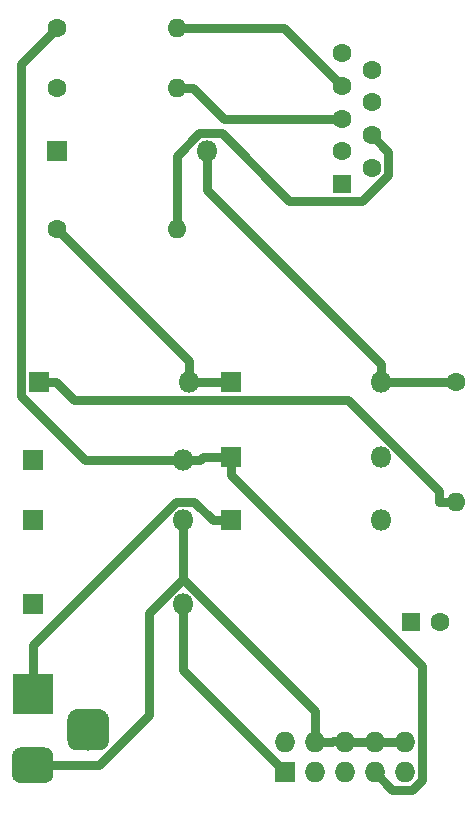
<source format=gbr>
G04 #@! TF.GenerationSoftware,KiCad,Pcbnew,5.1.2-1.fc30*
G04 #@! TF.CreationDate,2019-07-21T03:59:41+02:00*
G04 #@! TF.ProjectId,dasa,64617361-2e6b-4696-9361-645f70636258,rev?*
G04 #@! TF.SameCoordinates,Original*
G04 #@! TF.FileFunction,Copper,L2,Bot*
G04 #@! TF.FilePolarity,Positive*
%FSLAX46Y46*%
G04 Gerber Fmt 4.6, Leading zero omitted, Abs format (unit mm)*
G04 Created by KiCad (PCBNEW 5.1.2-1.fc30) date 2019-07-21 03:59:41*
%MOMM*%
%LPD*%
G04 APERTURE LIST*
%ADD10O,1.600000X1.600000*%
%ADD11C,1.600000*%
%ADD12C,0.100000*%
%ADD13C,3.500000*%
%ADD14C,3.000000*%
%ADD15R,3.500000X3.500000*%
%ADD16O,1.727200X1.727200*%
%ADD17R,1.727200X1.727200*%
%ADD18R,1.600000X1.600000*%
%ADD19O,1.800000X1.800000*%
%ADD20R,1.800000X1.800000*%
%ADD21C,0.800000*%
G04 APERTURE END LIST*
D10*
X151638000Y-87630000D03*
D11*
X151638000Y-77470000D03*
D10*
X128016000Y-47498000D03*
D11*
X117856000Y-47498000D03*
D10*
X128016000Y-52578000D03*
D11*
X117856000Y-52578000D03*
D10*
X128016000Y-64516000D03*
D11*
X117856000Y-64516000D03*
D12*
G36*
X121484765Y-105140213D02*
G01*
X121569704Y-105152813D01*
X121652999Y-105173677D01*
X121733848Y-105202605D01*
X121811472Y-105239319D01*
X121885124Y-105283464D01*
X121954094Y-105334616D01*
X122017718Y-105392282D01*
X122075384Y-105455906D01*
X122126536Y-105524876D01*
X122170681Y-105598528D01*
X122207395Y-105676152D01*
X122236323Y-105757001D01*
X122257187Y-105840296D01*
X122269787Y-105925235D01*
X122274000Y-106011000D01*
X122274000Y-107761000D01*
X122269787Y-107846765D01*
X122257187Y-107931704D01*
X122236323Y-108014999D01*
X122207395Y-108095848D01*
X122170681Y-108173472D01*
X122126536Y-108247124D01*
X122075384Y-108316094D01*
X122017718Y-108379718D01*
X121954094Y-108437384D01*
X121885124Y-108488536D01*
X121811472Y-108532681D01*
X121733848Y-108569395D01*
X121652999Y-108598323D01*
X121569704Y-108619187D01*
X121484765Y-108631787D01*
X121399000Y-108636000D01*
X119649000Y-108636000D01*
X119563235Y-108631787D01*
X119478296Y-108619187D01*
X119395001Y-108598323D01*
X119314152Y-108569395D01*
X119236528Y-108532681D01*
X119162876Y-108488536D01*
X119093906Y-108437384D01*
X119030282Y-108379718D01*
X118972616Y-108316094D01*
X118921464Y-108247124D01*
X118877319Y-108173472D01*
X118840605Y-108095848D01*
X118811677Y-108014999D01*
X118790813Y-107931704D01*
X118778213Y-107846765D01*
X118774000Y-107761000D01*
X118774000Y-106011000D01*
X118778213Y-105925235D01*
X118790813Y-105840296D01*
X118811677Y-105757001D01*
X118840605Y-105676152D01*
X118877319Y-105598528D01*
X118921464Y-105524876D01*
X118972616Y-105455906D01*
X119030282Y-105392282D01*
X119093906Y-105334616D01*
X119162876Y-105283464D01*
X119236528Y-105239319D01*
X119314152Y-105202605D01*
X119395001Y-105173677D01*
X119478296Y-105152813D01*
X119563235Y-105140213D01*
X119649000Y-105136000D01*
X121399000Y-105136000D01*
X121484765Y-105140213D01*
X121484765Y-105140213D01*
G37*
D13*
X120524000Y-106886000D03*
D12*
G36*
X116897513Y-108389611D02*
G01*
X116970318Y-108400411D01*
X117041714Y-108418295D01*
X117111013Y-108443090D01*
X117177548Y-108474559D01*
X117240678Y-108512398D01*
X117299795Y-108556242D01*
X117354330Y-108605670D01*
X117403758Y-108660205D01*
X117447602Y-108719322D01*
X117485441Y-108782452D01*
X117516910Y-108848987D01*
X117541705Y-108918286D01*
X117559589Y-108989682D01*
X117570389Y-109062487D01*
X117574000Y-109136000D01*
X117574000Y-110636000D01*
X117570389Y-110709513D01*
X117559589Y-110782318D01*
X117541705Y-110853714D01*
X117516910Y-110923013D01*
X117485441Y-110989548D01*
X117447602Y-111052678D01*
X117403758Y-111111795D01*
X117354330Y-111166330D01*
X117299795Y-111215758D01*
X117240678Y-111259602D01*
X117177548Y-111297441D01*
X117111013Y-111328910D01*
X117041714Y-111353705D01*
X116970318Y-111371589D01*
X116897513Y-111382389D01*
X116824000Y-111386000D01*
X114824000Y-111386000D01*
X114750487Y-111382389D01*
X114677682Y-111371589D01*
X114606286Y-111353705D01*
X114536987Y-111328910D01*
X114470452Y-111297441D01*
X114407322Y-111259602D01*
X114348205Y-111215758D01*
X114293670Y-111166330D01*
X114244242Y-111111795D01*
X114200398Y-111052678D01*
X114162559Y-110989548D01*
X114131090Y-110923013D01*
X114106295Y-110853714D01*
X114088411Y-110782318D01*
X114077611Y-110709513D01*
X114074000Y-110636000D01*
X114074000Y-109136000D01*
X114077611Y-109062487D01*
X114088411Y-108989682D01*
X114106295Y-108918286D01*
X114131090Y-108848987D01*
X114162559Y-108782452D01*
X114200398Y-108719322D01*
X114244242Y-108660205D01*
X114293670Y-108605670D01*
X114348205Y-108556242D01*
X114407322Y-108512398D01*
X114470452Y-108474559D01*
X114536987Y-108443090D01*
X114606286Y-108418295D01*
X114677682Y-108400411D01*
X114750487Y-108389611D01*
X114824000Y-108386000D01*
X116824000Y-108386000D01*
X116897513Y-108389611D01*
X116897513Y-108389611D01*
G37*
D14*
X115824000Y-109886000D03*
D15*
X115824000Y-103886000D03*
D16*
X147320000Y-107950000D03*
X147320000Y-110490000D03*
X144780000Y-107950000D03*
X144780000Y-110490000D03*
X142240000Y-107950000D03*
X142240000Y-110490000D03*
X139700000Y-107950000D03*
X139700000Y-110490000D03*
X137160000Y-107950000D03*
D17*
X137160000Y-110490000D03*
D11*
X144526000Y-51011000D03*
X144526000Y-53781000D03*
X144526000Y-56551000D03*
X144526000Y-59321000D03*
X141986000Y-49626000D03*
X141986000Y-52396000D03*
X141986000Y-55166000D03*
X141986000Y-57936000D03*
D18*
X141986000Y-60706000D03*
D19*
X128524000Y-89154000D03*
D20*
X115824000Y-89154000D03*
D19*
X145288000Y-89154000D03*
D20*
X132588000Y-89154000D03*
D19*
X129032000Y-77470000D03*
D20*
X116332000Y-77470000D03*
D19*
X145288000Y-77470000D03*
D20*
X132588000Y-77470000D03*
D19*
X128524000Y-84074000D03*
D20*
X115824000Y-84074000D03*
D19*
X145288000Y-83820000D03*
D20*
X132588000Y-83820000D03*
D19*
X128524000Y-96266000D03*
D20*
X115824000Y-96266000D03*
D19*
X130556000Y-57912000D03*
D20*
X117856000Y-57912000D03*
D11*
X150328000Y-97790000D03*
D18*
X147828000Y-97790000D03*
D21*
X151638000Y-87630000D02*
X150237700Y-87630000D01*
X116332000Y-77470000D02*
X117832300Y-77470000D01*
X117832300Y-77470000D02*
X119332600Y-78970300D01*
X119332600Y-78970300D02*
X142568300Y-78970300D01*
X142568300Y-78970300D02*
X150237700Y-86639700D01*
X150237700Y-86639700D02*
X150237700Y-87630000D01*
X145288000Y-77470000D02*
X145288000Y-75969700D01*
X130556000Y-57912000D02*
X130556000Y-61237700D01*
X130556000Y-61237700D02*
X145288000Y-75969700D01*
X145288000Y-77470000D02*
X151638000Y-77470000D01*
X128524000Y-96266000D02*
X128524000Y-101854000D01*
X128524000Y-101854000D02*
X137160000Y-110490000D01*
X132588000Y-83820000D02*
X132588000Y-85320300D01*
X132588000Y-85320300D02*
X148785200Y-101517500D01*
X148785200Y-101517500D02*
X148785200Y-111139000D01*
X148785200Y-111139000D02*
X147938800Y-111985400D01*
X147938800Y-111985400D02*
X146275400Y-111985400D01*
X146275400Y-111985400D02*
X144780000Y-110490000D01*
X130024300Y-84074000D02*
X130278300Y-83820000D01*
X130278300Y-83820000D02*
X132588000Y-83820000D01*
X128524000Y-84074000D02*
X130024300Y-84074000D01*
X128524000Y-84074000D02*
X120242100Y-84074000D01*
X120242100Y-84074000D02*
X114808800Y-78640700D01*
X114808800Y-78640700D02*
X114808800Y-50545200D01*
X114808800Y-50545200D02*
X117856000Y-47498000D01*
X129032000Y-77470000D02*
X129032000Y-75692000D01*
X129032000Y-75692000D02*
X117856000Y-64516000D01*
X132588000Y-77470000D02*
X129032000Y-77470000D01*
X132588000Y-89154000D02*
X131087700Y-89154000D01*
X131087700Y-89154000D02*
X129529700Y-87596000D01*
X129529700Y-87596000D02*
X127957100Y-87596000D01*
X127957100Y-87596000D02*
X115824000Y-99729100D01*
X115824000Y-99729100D02*
X115824000Y-103886000D01*
X128547800Y-94120300D02*
X125668000Y-97000100D01*
X125668000Y-97000100D02*
X125668000Y-105622300D01*
X125668000Y-105622300D02*
X121404300Y-109886000D01*
X121404300Y-109886000D02*
X115824000Y-109886000D01*
X128524000Y-90654300D02*
X128547800Y-90678100D01*
X128547800Y-90678100D02*
X128547800Y-94120300D01*
X139700000Y-107950000D02*
X139700000Y-105272600D01*
X139700000Y-105272600D02*
X128547800Y-94120300D01*
X144780000Y-107950000D02*
X143316100Y-107950000D01*
X142240000Y-107905000D02*
X143271100Y-107905000D01*
X143271100Y-107905000D02*
X143316100Y-107950000D01*
X142240000Y-107905000D02*
X142240000Y-107860100D01*
X142240000Y-107950000D02*
X142240000Y-107905000D01*
X128524000Y-89154000D02*
X128524000Y-90654300D01*
X139700000Y-107950000D02*
X141163900Y-107950000D01*
X141163900Y-107950000D02*
X141253800Y-107860100D01*
X141253800Y-107860100D02*
X142240000Y-107860100D01*
X144780000Y-107950000D02*
X147320000Y-107950000D01*
X144526000Y-56551000D02*
X145926300Y-57951300D01*
X145926300Y-57951300D02*
X145926300Y-59901100D01*
X145926300Y-59901100D02*
X143721100Y-62106300D01*
X143721100Y-62106300D02*
X137530000Y-62106300D01*
X137530000Y-62106300D02*
X131824400Y-56400700D01*
X131824400Y-56400700D02*
X129922900Y-56400700D01*
X129922900Y-56400700D02*
X128016000Y-58307600D01*
X128016000Y-58307600D02*
X128016000Y-64516000D01*
X141986000Y-52396000D02*
X137088000Y-47498000D01*
X137088000Y-47498000D02*
X128016000Y-47498000D01*
X141986000Y-55166000D02*
X132004300Y-55166000D01*
X132004300Y-55166000D02*
X129416300Y-52578000D01*
X128016000Y-52578000D02*
X129416300Y-52578000D01*
M02*

</source>
